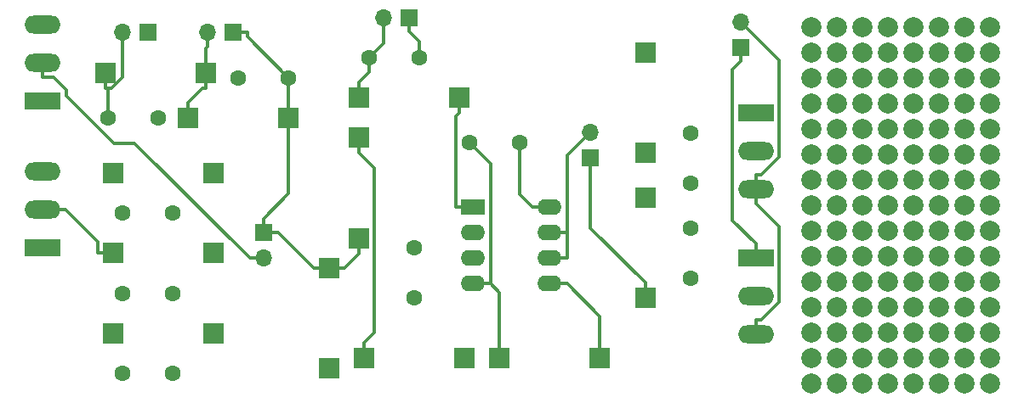
<source format=gbr>
G04 #@! TF.GenerationSoftware,KiCad,Pcbnew,(5.0.0)*
G04 #@! TF.CreationDate,2019-09-28T10:14:36+02:00*
G04 #@! TF.ProjectId,opampprotopcb,6F70616D7070726F746F7063622E6B69,rev?*
G04 #@! TF.SameCoordinates,Original*
G04 #@! TF.FileFunction,Copper,L2,Bot,Signal*
G04 #@! TF.FilePolarity,Positive*
%FSLAX46Y46*%
G04 Gerber Fmt 4.6, Leading zero omitted, Abs format (unit mm)*
G04 Created by KiCad (PCBNEW (5.0.0)) date 09/28/19 10:14:36*
%MOMM*%
%LPD*%
G01*
G04 APERTURE LIST*
G04 #@! TA.AperFunction,ComponentPad*
%ADD10R,3.600000X1.800000*%
G04 #@! TD*
G04 #@! TA.AperFunction,ComponentPad*
%ADD11O,3.600000X1.800000*%
G04 #@! TD*
G04 #@! TA.AperFunction,ComponentPad*
%ADD12R,1.700000X1.700000*%
G04 #@! TD*
G04 #@! TA.AperFunction,ComponentPad*
%ADD13O,1.700000X1.700000*%
G04 #@! TD*
G04 #@! TA.AperFunction,ComponentPad*
%ADD14O,2.400000X1.600000*%
G04 #@! TD*
G04 #@! TA.AperFunction,ComponentPad*
%ADD15R,2.400000X1.600000*%
G04 #@! TD*
G04 #@! TA.AperFunction,ComponentPad*
%ADD16R,1.998980X1.998980*%
G04 #@! TD*
G04 #@! TA.AperFunction,ComponentPad*
%ADD17C,1.600000*%
G04 #@! TD*
G04 #@! TA.AperFunction,ViaPad*
%ADD18C,2.000000*%
G04 #@! TD*
G04 #@! TA.AperFunction,Conductor*
%ADD19C,0.350000*%
G04 #@! TD*
G04 APERTURE END LIST*
D10*
G04 #@! TO.P,J1,1*
G04 #@! TO.N,VCC*
X91000000Y-51000000D03*
D11*
G04 #@! TO.P,J1,2*
G04 #@! TO.N,GND*
X91000000Y-54810000D03*
G04 #@! TO.P,J1,3*
G04 #@! TO.N,VEE*
X91000000Y-58620000D03*
G04 #@! TD*
D10*
G04 #@! TO.P,J2,1*
G04 #@! TO.N,INV_In1*
X20000000Y-50000000D03*
D11*
G04 #@! TO.P,J2,2*
G04 #@! TO.N,Net-(C3-Pad2)*
X20000000Y-46190000D03*
G04 #@! TO.P,J2,3*
G04 #@! TO.N,Net-(C4-Pad2)*
X20000000Y-42380000D03*
G04 #@! TD*
G04 #@! TO.P,J3,3*
G04 #@! TO.N,VEE*
X20000000Y-27690000D03*
G04 #@! TO.P,J3,2*
G04 #@! TO.N,GND*
X20000000Y-31500000D03*
D10*
G04 #@! TO.P,J3,1*
G04 #@! TO.N,N_INV_In*
X20000000Y-35310000D03*
G04 #@! TD*
D12*
G04 #@! TO.P,J4,1*
G04 #@! TO.N,Net-(C1-Pad2)*
X30500000Y-28500000D03*
D13*
G04 #@! TO.P,J4,2*
G04 #@! TO.N,N_INV_In*
X27960000Y-28500000D03*
G04 #@! TD*
D12*
G04 #@! TO.P,J5,1*
G04 #@! TO.N,Net-(C5-Pad2)*
X42000000Y-48460000D03*
D13*
G04 #@! TO.P,J5,2*
G04 #@! TO.N,GND*
X42000000Y-51000000D03*
G04 #@! TD*
D12*
G04 #@! TO.P,J6,1*
G04 #@! TO.N,Net-(C5-Pad2)*
X39000000Y-28500000D03*
D13*
G04 #@! TO.P,J6,2*
G04 #@! TO.N,Net-(C1-Pad2)*
X36460000Y-28500000D03*
G04 #@! TD*
G04 #@! TO.P,J7,2*
G04 #@! TO.N,Net-(C1-Pad2)*
X53960000Y-27000000D03*
D12*
G04 #@! TO.P,J7,1*
G04 #@! TO.N,OUTPUT*
X56500000Y-27000000D03*
G04 #@! TD*
G04 #@! TO.P,J8,1*
G04 #@! TO.N,GND*
X74500000Y-41000000D03*
D13*
G04 #@! TO.P,J8,2*
G04 #@! TO.N,Net-(J8-Pad2)*
X74500000Y-38460000D03*
G04 #@! TD*
D11*
G04 #@! TO.P,J9,3*
G04 #@! TO.N,VEE*
X91000000Y-44120000D03*
G04 #@! TO.P,J9,2*
G04 #@! TO.N,GND*
X91000000Y-40310000D03*
D10*
G04 #@! TO.P,J9,1*
G04 #@! TO.N,OUTPUT*
X91000000Y-36500000D03*
G04 #@! TD*
D13*
G04 #@! TO.P,J10,2*
G04 #@! TO.N,VEE*
X89500000Y-27460000D03*
D12*
G04 #@! TO.P,J10,1*
G04 #@! TO.N,VCC*
X89500000Y-30000000D03*
G04 #@! TD*
D14*
G04 #@! TO.P,U1,8*
G04 #@! TO.N,VCC*
X70500000Y-45920000D03*
G04 #@! TO.P,U1,4*
G04 #@! TO.N,VEE*
X62880000Y-53540000D03*
G04 #@! TO.P,U1,7*
G04 #@! TO.N,Net-(J8-Pad2)*
X70500000Y-48460000D03*
G04 #@! TO.P,U1,3*
G04 #@! TO.N,Net-(C5-Pad2)*
X62880000Y-51000000D03*
G04 #@! TO.P,U1,6*
G04 #@! TO.N,Net-(J8-Pad2)*
X70500000Y-51000000D03*
G04 #@! TO.P,U1,2*
G04 #@! TO.N,Net-(C2-Pad1)*
X62880000Y-48460000D03*
G04 #@! TO.P,U1,5*
G04 #@! TO.N,Net-(R10-Pad2)*
X70500000Y-53540000D03*
D15*
G04 #@! TO.P,U1,1*
G04 #@! TO.N,OUTPUT*
X62880000Y-45920000D03*
G04 #@! TD*
D16*
G04 #@! TO.P,R1,2*
G04 #@! TO.N,N_INV_In*
X26299140Y-32500000D03*
G04 #@! TO.P,R1,1*
G04 #@! TO.N,Net-(C1-Pad2)*
X36301660Y-32500000D03*
G04 #@! TD*
G04 #@! TO.P,R2,1*
G04 #@! TO.N,Net-(C2-Pad1)*
X36999960Y-58500000D03*
G04 #@! TO.P,R2,2*
G04 #@! TO.N,INV_In1*
X26997440Y-58500000D03*
G04 #@! TD*
G04 #@! TO.P,R3,1*
G04 #@! TO.N,Net-(C2-Pad1)*
X37002560Y-50500000D03*
G04 #@! TO.P,R3,2*
G04 #@! TO.N,Net-(C3-Pad2)*
X27000040Y-50500000D03*
G04 #@! TD*
G04 #@! TO.P,R4,2*
G04 #@! TO.N,Net-(C4-Pad2)*
X26997440Y-42500000D03*
G04 #@! TO.P,R4,1*
G04 #@! TO.N,Net-(C2-Pad1)*
X36999960Y-42500000D03*
G04 #@! TD*
G04 #@! TO.P,R5,1*
G04 #@! TO.N,Net-(C5-Pad2)*
X44501260Y-37000000D03*
G04 #@! TO.P,R5,2*
G04 #@! TO.N,Net-(C1-Pad2)*
X34498740Y-37000000D03*
G04 #@! TD*
G04 #@! TO.P,R6,2*
G04 #@! TO.N,VCC*
X51500000Y-38998740D03*
G04 #@! TO.P,R6,1*
G04 #@! TO.N,Net-(C5-Pad2)*
X51500000Y-49001260D03*
G04 #@! TD*
G04 #@! TO.P,R7,2*
G04 #@! TO.N,Net-(C5-Pad2)*
X48500000Y-52000040D03*
G04 #@! TO.P,R7,1*
G04 #@! TO.N,GND*
X48500000Y-62002560D03*
G04 #@! TD*
G04 #@! TO.P,R8,1*
G04 #@! TO.N,OUTPUT*
X61501260Y-35000000D03*
G04 #@! TO.P,R8,2*
G04 #@! TO.N,Net-(C1-Pad2)*
X51498740Y-35000000D03*
G04 #@! TD*
G04 #@! TO.P,R9,2*
G04 #@! TO.N,VCC*
X51998740Y-61000000D03*
G04 #@! TO.P,R9,1*
G04 #@! TO.N,Net-(R10-Pad2)*
X62001260Y-61000000D03*
G04 #@! TD*
G04 #@! TO.P,R10,1*
G04 #@! TO.N,VEE*
X65497440Y-61000000D03*
G04 #@! TO.P,R10,2*
G04 #@! TO.N,Net-(R10-Pad2)*
X75499960Y-61000000D03*
G04 #@! TD*
G04 #@! TO.P,R11,1*
G04 #@! TO.N,Net-(C2-Pad1)*
X80000000Y-40502560D03*
G04 #@! TO.P,R11,2*
G04 #@! TO.N,OUTPUT*
X80000000Y-30500040D03*
G04 #@! TD*
G04 #@! TO.P,R12,2*
G04 #@! TO.N,Net-(C2-Pad1)*
X80000000Y-44998740D03*
G04 #@! TO.P,R12,1*
G04 #@! TO.N,GND*
X80000000Y-55001260D03*
G04 #@! TD*
D17*
G04 #@! TO.P,C1,1*
G04 #@! TO.N,N_INV_In*
X26500000Y-37000000D03*
G04 #@! TO.P,C1,2*
G04 #@! TO.N,Net-(C1-Pad2)*
X31500000Y-37000000D03*
G04 #@! TD*
G04 #@! TO.P,C2,2*
G04 #@! TO.N,INV_In1*
X28000000Y-62500000D03*
G04 #@! TO.P,C2,1*
G04 #@! TO.N,Net-(C2-Pad1)*
X33000000Y-62500000D03*
G04 #@! TD*
G04 #@! TO.P,C3,2*
G04 #@! TO.N,Net-(C3-Pad2)*
X28000000Y-54500000D03*
G04 #@! TO.P,C3,1*
G04 #@! TO.N,Net-(C2-Pad1)*
X33000000Y-54500000D03*
G04 #@! TD*
G04 #@! TO.P,C4,2*
G04 #@! TO.N,Net-(C4-Pad2)*
X28000000Y-46500000D03*
G04 #@! TO.P,C4,1*
G04 #@! TO.N,Net-(C2-Pad1)*
X33000000Y-46500000D03*
G04 #@! TD*
G04 #@! TO.P,C5,2*
G04 #@! TO.N,Net-(C5-Pad2)*
X44500000Y-33000000D03*
G04 #@! TO.P,C5,1*
G04 #@! TO.N,Net-(C1-Pad2)*
X39500000Y-33000000D03*
G04 #@! TD*
G04 #@! TO.P,C6,2*
G04 #@! TO.N,Net-(C5-Pad2)*
X57000000Y-50000000D03*
G04 #@! TO.P,C6,1*
G04 #@! TO.N,GND*
X57000000Y-55000000D03*
G04 #@! TD*
G04 #@! TO.P,C7,1*
G04 #@! TO.N,Net-(C1-Pad2)*
X52500000Y-31000000D03*
G04 #@! TO.P,C7,2*
G04 #@! TO.N,OUTPUT*
X57500000Y-31000000D03*
G04 #@! TD*
G04 #@! TO.P,C8,1*
G04 #@! TO.N,OUTPUT*
X84500000Y-38500000D03*
G04 #@! TO.P,C8,2*
G04 #@! TO.N,Net-(C2-Pad1)*
X84500000Y-43500000D03*
G04 #@! TD*
G04 #@! TO.P,C9,1*
G04 #@! TO.N,Net-(C2-Pad1)*
X84500000Y-48000000D03*
G04 #@! TO.P,C9,2*
G04 #@! TO.N,GND*
X84500000Y-53000000D03*
G04 #@! TD*
G04 #@! TO.P,C10,1*
G04 #@! TO.N,VEE*
X62500000Y-39500000D03*
G04 #@! TO.P,C10,2*
G04 #@! TO.N,VCC*
X67500000Y-39500000D03*
G04 #@! TD*
D18*
G04 #@! TO.N,*
X114300000Y-27940000D03*
X114300000Y-30480000D03*
X101600000Y-27940000D03*
X99060000Y-30480000D03*
X99060000Y-27940000D03*
X104140000Y-30480000D03*
X104140000Y-27940000D03*
X101600000Y-30480000D03*
X111760000Y-27940000D03*
X111760000Y-30480000D03*
X106680000Y-30480000D03*
X109220000Y-27940000D03*
X109220000Y-30480000D03*
X106680000Y-27940000D03*
X106680000Y-33020000D03*
X109220000Y-35560000D03*
X109220000Y-33020000D03*
X106680000Y-35560000D03*
X111760000Y-35560000D03*
X111760000Y-33020000D03*
X101600000Y-35560000D03*
X104140000Y-33020000D03*
X104140000Y-35560000D03*
X99060000Y-33020000D03*
X99060000Y-35560000D03*
X101600000Y-33020000D03*
X106680000Y-40640000D03*
X111760000Y-38100000D03*
X104140000Y-38100000D03*
X104140000Y-40640000D03*
X111760000Y-40640000D03*
X109220000Y-40640000D03*
X99060000Y-40640000D03*
X101600000Y-40640000D03*
X99060000Y-38100000D03*
X101600000Y-38100000D03*
X109220000Y-38100000D03*
X106680000Y-38100000D03*
X106680000Y-43180000D03*
X114300000Y-45720000D03*
X109220000Y-45720000D03*
X106680000Y-50800000D03*
X109220000Y-43180000D03*
X106680000Y-45720000D03*
X111760000Y-45720000D03*
X111760000Y-48260000D03*
X104140000Y-48260000D03*
X104140000Y-50800000D03*
X104140000Y-53340000D03*
X99060000Y-55880000D03*
X111760000Y-50800000D03*
X111760000Y-43180000D03*
X109220000Y-50800000D03*
X101600000Y-45720000D03*
X104140000Y-43180000D03*
X99060000Y-50800000D03*
X106680000Y-55880000D03*
X111760000Y-53340000D03*
X111760000Y-55880000D03*
X114300000Y-43180000D03*
X104140000Y-45720000D03*
X106680000Y-53340000D03*
X101600000Y-53340000D03*
X101600000Y-50800000D03*
X99060000Y-48260000D03*
X99060000Y-53340000D03*
X101600000Y-48260000D03*
X109220000Y-55880000D03*
X109220000Y-48260000D03*
X99060000Y-43180000D03*
X106680000Y-48260000D03*
X109220000Y-53340000D03*
X99060000Y-45720000D03*
X101600000Y-43180000D03*
X104140000Y-55880000D03*
X101600000Y-55880000D03*
X114300000Y-53340000D03*
X114300000Y-55880000D03*
X114300000Y-50800000D03*
X114300000Y-48260000D03*
X114300000Y-38100000D03*
X114300000Y-33020000D03*
X114300000Y-35560000D03*
X114300000Y-40640000D03*
X111760000Y-58420000D03*
X106680000Y-58420000D03*
X101600000Y-58420000D03*
X104140000Y-58420000D03*
X114300000Y-58420000D03*
X99060000Y-58420000D03*
X109220000Y-58420000D03*
X106680000Y-60960000D03*
X111760000Y-60960000D03*
X99060000Y-60960000D03*
X109220000Y-60960000D03*
X114300000Y-60960000D03*
X101600000Y-60960000D03*
X104140000Y-60960000D03*
X109220000Y-63500000D03*
X114300000Y-63500000D03*
X101600000Y-63500000D03*
X111760000Y-63500000D03*
X106680000Y-63500000D03*
X104140000Y-63500000D03*
X99060000Y-63500000D03*
X96520000Y-40640000D03*
X96520000Y-55880000D03*
X96520000Y-50800000D03*
X96520000Y-35560000D03*
X96520000Y-33020000D03*
X96520000Y-38100000D03*
X96520000Y-27940000D03*
X96520000Y-30480000D03*
X96520000Y-63500000D03*
X96520000Y-43180000D03*
X96520000Y-58420000D03*
X96520000Y-53340000D03*
X96520000Y-48260000D03*
X96520000Y-60960000D03*
X96520000Y-45720000D03*
G04 #@! TD*
D19*
G04 #@! TO.N,Net-(C1-Pad2)*
X51498700Y-35000000D02*
X51498700Y-33475200D01*
X51498700Y-33475200D02*
X52500000Y-32473900D01*
X52500000Y-32473900D02*
X52500000Y-31000000D01*
X36301700Y-32500000D02*
X36301700Y-34024800D01*
X34498700Y-37000000D02*
X34498700Y-35475200D01*
X34498700Y-35475200D02*
X35949100Y-34024800D01*
X35949100Y-34024800D02*
X36301700Y-34024800D01*
X36460000Y-28500000D02*
X36460000Y-29875300D01*
X36301700Y-32500000D02*
X36301700Y-30033600D01*
X36301700Y-30033600D02*
X36460000Y-29875300D01*
X52500000Y-31000000D02*
X53960000Y-29540000D01*
X53960000Y-29540000D02*
X53960000Y-27000000D01*
G04 #@! TO.N,Net-(C3-Pad2)*
X27000000Y-50500000D02*
X25475200Y-50500000D01*
X25475200Y-50500000D02*
X25475200Y-49339900D01*
X25475200Y-49339900D02*
X22325300Y-46190000D01*
X20000000Y-46190000D02*
X22325300Y-46190000D01*
G04 #@! TO.N,Net-(C5-Pad2)*
X51500000Y-49001300D02*
X51500000Y-50526100D01*
X48500000Y-52000000D02*
X50024800Y-52000000D01*
X50024800Y-52000000D02*
X51498700Y-50526100D01*
X51498700Y-50526100D02*
X51500000Y-50526100D01*
X47737600Y-52000000D02*
X48500000Y-52000000D01*
X47737600Y-52000000D02*
X46975200Y-52000000D01*
X46975200Y-52000000D02*
X43435200Y-48460000D01*
X43435200Y-48460000D02*
X42000000Y-48460000D01*
X42000000Y-48460000D02*
X42000000Y-47084700D01*
X42000000Y-47084700D02*
X44501300Y-44583400D01*
X44501300Y-44583400D02*
X44501300Y-37000000D01*
X39000000Y-28500000D02*
X40375300Y-28500000D01*
X40375300Y-28500000D02*
X40375300Y-28875300D01*
X40375300Y-28875300D02*
X44500000Y-33000000D01*
X44500000Y-33000000D02*
X44501300Y-33001300D01*
X44501300Y-33001300D02*
X44501300Y-37000000D01*
G04 #@! TO.N,GND*
X20000000Y-31500000D02*
X20000000Y-32925300D01*
X42000000Y-51000000D02*
X40624700Y-51000000D01*
X40624700Y-51000000D02*
X29138200Y-39513500D01*
X29138200Y-39513500D02*
X27112000Y-39513500D01*
X27112000Y-39513500D02*
X22384600Y-34786100D01*
X22384600Y-34786100D02*
X22384600Y-34214900D01*
X22384600Y-34214900D02*
X21095000Y-32925300D01*
X21095000Y-32925300D02*
X20000000Y-32925300D01*
X80000000Y-55001300D02*
X80000000Y-53476500D01*
X74500000Y-41000000D02*
X74500000Y-47976500D01*
X74500000Y-47976500D02*
X80000000Y-53476500D01*
G04 #@! TO.N,VCC*
X89500000Y-30000000D02*
X89500000Y-31375300D01*
X91000000Y-51000000D02*
X91000000Y-49574700D01*
X91000000Y-49574700D02*
X88674500Y-47249200D01*
X88674500Y-47249200D02*
X88674500Y-32200800D01*
X88674500Y-32200800D02*
X89500000Y-31375300D01*
X51998700Y-61000000D02*
X51998700Y-59475200D01*
X51500000Y-38998700D02*
X51500000Y-40523500D01*
X51500000Y-40523500D02*
X53024900Y-42048400D01*
X53024900Y-42048400D02*
X53024900Y-58449000D01*
X53024900Y-58449000D02*
X51998700Y-59475200D01*
X70500000Y-45920000D02*
X68774700Y-45920000D01*
X67500000Y-39500000D02*
X67500000Y-44645300D01*
X67500000Y-44645300D02*
X68774700Y-45920000D01*
G04 #@! TO.N,VEE*
X91000000Y-44120000D02*
X91000000Y-45545300D01*
X91000000Y-58620000D02*
X91000000Y-57194700D01*
X91000000Y-57194700D02*
X91534500Y-57194700D01*
X91534500Y-57194700D02*
X93325400Y-55403800D01*
X93325400Y-55403800D02*
X93325400Y-47870700D01*
X93325400Y-47870700D02*
X91000000Y-45545300D01*
X91000000Y-44120000D02*
X91000000Y-42694700D01*
X89500000Y-27460000D02*
X93326800Y-31286800D01*
X93326800Y-31286800D02*
X93326800Y-40902400D01*
X93326800Y-40902400D02*
X91534500Y-42694700D01*
X91534500Y-42694700D02*
X91000000Y-42694700D01*
X65497400Y-61000000D02*
X65497400Y-54432100D01*
X65497400Y-54432100D02*
X64605300Y-53540000D01*
X62880000Y-53540000D02*
X64605300Y-53540000D01*
X62500000Y-39500000D02*
X64605300Y-41605300D01*
X64605300Y-41605300D02*
X64605300Y-53540000D01*
G04 #@! TO.N,Net-(J8-Pad2)*
X72225300Y-48460000D02*
X72225300Y-40734700D01*
X72225300Y-40734700D02*
X74500000Y-38460000D01*
X72050200Y-48460000D02*
X72225300Y-48460000D01*
X70500000Y-48460000D02*
X72050200Y-48460000D01*
X70500000Y-51000000D02*
X72225300Y-51000000D01*
X72225300Y-51000000D02*
X72225300Y-48460000D01*
G04 #@! TO.N,Net-(R10-Pad2)*
X70500000Y-53540000D02*
X72225300Y-53540000D01*
X75500000Y-61000000D02*
X75500000Y-56814700D01*
X75500000Y-56814700D02*
X72225300Y-53540000D01*
G04 #@! TO.N,N_INV_In*
X26299100Y-32500000D02*
X26299100Y-34024800D01*
X26500000Y-34080700D02*
X26867900Y-34080700D01*
X26867900Y-34080700D02*
X27960000Y-32988600D01*
X27960000Y-32988600D02*
X27960000Y-28500000D01*
X26299100Y-34024800D02*
X26444100Y-34024800D01*
X26444100Y-34024800D02*
X26500000Y-34080700D01*
X26500000Y-37000000D02*
X26500000Y-34080700D01*
G04 #@! TO.N,OUTPUT*
X56500000Y-27000000D02*
X56500000Y-28375300D01*
X56500000Y-28375300D02*
X57500000Y-29375300D01*
X57500000Y-29375300D02*
X57500000Y-31000000D01*
X61501300Y-35000000D02*
X61501300Y-36524800D01*
X62880000Y-45920000D02*
X61154700Y-45920000D01*
X61154700Y-45920000D02*
X61154700Y-36871400D01*
X61154700Y-36871400D02*
X61501300Y-36524800D01*
G04 #@! TD*
M02*

</source>
